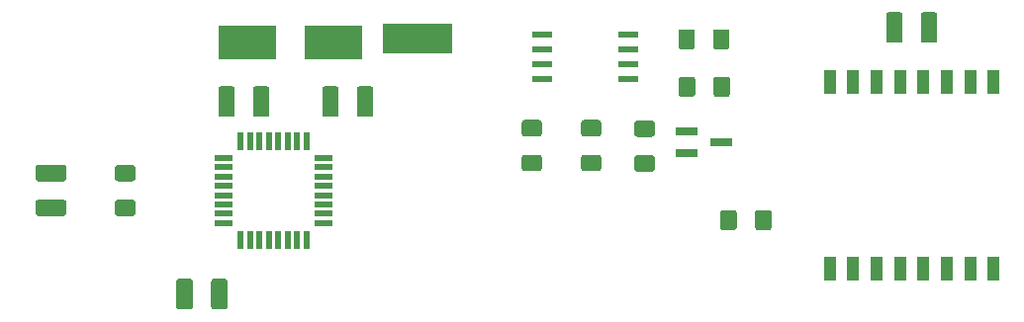
<source format=gbr>
G04 #@! TF.GenerationSoftware,KiCad,Pcbnew,5.1.6+dfsg1-1*
G04 #@! TF.CreationDate,2020-08-09T15:43:52+02:00*
G04 #@! TF.ProjectId,CaLoRa,43614c6f-5261-42e6-9b69-6361645f7063,rev?*
G04 #@! TF.SameCoordinates,Original*
G04 #@! TF.FileFunction,Paste,Top*
G04 #@! TF.FilePolarity,Positive*
%FSLAX46Y46*%
G04 Gerber Fmt 4.6, Leading zero omitted, Abs format (unit mm)*
G04 Created by KiCad (PCBNEW 5.1.6+dfsg1-1) date 2020-08-09 15:43:52*
%MOMM*%
%LPD*%
G01*
G04 APERTURE LIST*
%ADD10R,6.000000X2.500000*%
%ADD11R,4.900000X3.000000*%
%ADD12R,1.000000X2.000000*%
%ADD13R,1.750000X0.550000*%
%ADD14R,1.600000X0.550000*%
%ADD15R,0.550000X1.600000*%
%ADD16R,1.900000X0.800000*%
G04 APERTURE END LIST*
G36*
G01*
X227887500Y-93335000D02*
X227887500Y-92085000D01*
G75*
G02*
X228137500Y-91835000I250000J0D01*
G01*
X229062500Y-91835000D01*
G75*
G02*
X229312500Y-92085000I0J-250000D01*
G01*
X229312500Y-93335000D01*
G75*
G02*
X229062500Y-93585000I-250000J0D01*
G01*
X228137500Y-93585000D01*
G75*
G02*
X227887500Y-93335000I0J250000D01*
G01*
G37*
G36*
G01*
X224912500Y-93335000D02*
X224912500Y-92085000D01*
G75*
G02*
X225162500Y-91835000I250000J0D01*
G01*
X226087500Y-91835000D01*
G75*
G02*
X226337500Y-92085000I0J-250000D01*
G01*
X226337500Y-93335000D01*
G75*
G02*
X226087500Y-93585000I-250000J0D01*
G01*
X225162500Y-93585000D01*
G75*
G02*
X224912500Y-93335000I0J250000D01*
G01*
G37*
G36*
G01*
X214493000Y-85548500D02*
X213243000Y-85548500D01*
G75*
G02*
X212993000Y-85298500I0J250000D01*
G01*
X212993000Y-84373500D01*
G75*
G02*
X213243000Y-84123500I250000J0D01*
G01*
X214493000Y-84123500D01*
G75*
G02*
X214743000Y-84373500I0J-250000D01*
G01*
X214743000Y-85298500D01*
G75*
G02*
X214493000Y-85548500I-250000J0D01*
G01*
G37*
G36*
G01*
X214493000Y-88523500D02*
X213243000Y-88523500D01*
G75*
G02*
X212993000Y-88273500I0J250000D01*
G01*
X212993000Y-87348500D01*
G75*
G02*
X213243000Y-87098500I250000J0D01*
G01*
X214493000Y-87098500D01*
G75*
G02*
X214743000Y-87348500I0J-250000D01*
G01*
X214743000Y-88273500D01*
G75*
G02*
X214493000Y-88523500I-250000J0D01*
G01*
G37*
G36*
G01*
X208163000Y-87098500D02*
X209413000Y-87098500D01*
G75*
G02*
X209663000Y-87348500I0J-250000D01*
G01*
X209663000Y-88273500D01*
G75*
G02*
X209413000Y-88523500I-250000J0D01*
G01*
X208163000Y-88523500D01*
G75*
G02*
X207913000Y-88273500I0J250000D01*
G01*
X207913000Y-87348500D01*
G75*
G02*
X208163000Y-87098500I250000J0D01*
G01*
G37*
G36*
G01*
X208163000Y-84123500D02*
X209413000Y-84123500D01*
G75*
G02*
X209663000Y-84373500I0J-250000D01*
G01*
X209663000Y-85298500D01*
G75*
G02*
X209413000Y-85548500I-250000J0D01*
G01*
X208163000Y-85548500D01*
G75*
G02*
X207913000Y-85298500I0J250000D01*
G01*
X207913000Y-84373500D01*
G75*
G02*
X208163000Y-84123500I250000J0D01*
G01*
G37*
G36*
G01*
X183375000Y-81475000D02*
X183375000Y-83625000D01*
G75*
G02*
X183125000Y-83875000I-250000J0D01*
G01*
X182200000Y-83875000D01*
G75*
G02*
X181950000Y-83625000I0J250000D01*
G01*
X181950000Y-81475000D01*
G75*
G02*
X182200000Y-81225000I250000J0D01*
G01*
X183125000Y-81225000D01*
G75*
G02*
X183375000Y-81475000I0J-250000D01*
G01*
G37*
G36*
G01*
X186350000Y-81475000D02*
X186350000Y-83625000D01*
G75*
G02*
X186100000Y-83875000I-250000J0D01*
G01*
X185175000Y-83875000D01*
G75*
G02*
X184925000Y-83625000I0J250000D01*
G01*
X184925000Y-81475000D01*
G75*
G02*
X185175000Y-81225000I250000J0D01*
G01*
X186100000Y-81225000D01*
G75*
G02*
X186350000Y-81475000I0J-250000D01*
G01*
G37*
D10*
X198970000Y-77150000D03*
D11*
X191770000Y-77470000D03*
X184470000Y-77470000D03*
D12*
X234300000Y-80900000D03*
X236300000Y-80900000D03*
X238300000Y-80900000D03*
X240300000Y-80900000D03*
X242300000Y-80900000D03*
X244300000Y-80900000D03*
X246300000Y-80900000D03*
X248300000Y-80900000D03*
X248300000Y-96900000D03*
X246300000Y-96900000D03*
X244300000Y-96900000D03*
X242300000Y-96900000D03*
X240300000Y-96900000D03*
X238300000Y-96900000D03*
X236300000Y-96900000D03*
X234300000Y-96900000D03*
D13*
X217060000Y-76835000D03*
X217060000Y-78105000D03*
X217060000Y-79375000D03*
X217060000Y-80645000D03*
X209660000Y-80645000D03*
X209660000Y-79375000D03*
X209660000Y-78105000D03*
X209660000Y-76835000D03*
D14*
X190940000Y-87370000D03*
X190940000Y-88170000D03*
X190940000Y-88970000D03*
X190940000Y-89770000D03*
X190940000Y-90570000D03*
X190940000Y-91370000D03*
X190940000Y-92170000D03*
X190940000Y-92970000D03*
D15*
X189490000Y-94420000D03*
X188690000Y-94420000D03*
X187890000Y-94420000D03*
X187090000Y-94420000D03*
X186290000Y-94420000D03*
X185490000Y-94420000D03*
X184690000Y-94420000D03*
X183890000Y-94420000D03*
D14*
X182440000Y-92970000D03*
X182440000Y-92170000D03*
X182440000Y-91370000D03*
X182440000Y-90570000D03*
X182440000Y-89770000D03*
X182440000Y-88970000D03*
X182440000Y-88170000D03*
X182440000Y-87370000D03*
D15*
X183890000Y-85920000D03*
X184690000Y-85920000D03*
X185490000Y-85920000D03*
X186290000Y-85920000D03*
X187090000Y-85920000D03*
X187890000Y-85920000D03*
X188690000Y-85920000D03*
X189490000Y-85920000D03*
G36*
G01*
X222781500Y-80655000D02*
X222781500Y-81905000D01*
G75*
G02*
X222531500Y-82155000I-250000J0D01*
G01*
X221606500Y-82155000D01*
G75*
G02*
X221356500Y-81905000I0J250000D01*
G01*
X221356500Y-80655000D01*
G75*
G02*
X221606500Y-80405000I250000J0D01*
G01*
X222531500Y-80405000D01*
G75*
G02*
X222781500Y-80655000I0J-250000D01*
G01*
G37*
G36*
G01*
X225756500Y-80655000D02*
X225756500Y-81905000D01*
G75*
G02*
X225506500Y-82155000I-250000J0D01*
G01*
X224581500Y-82155000D01*
G75*
G02*
X224331500Y-81905000I0J250000D01*
G01*
X224331500Y-80655000D01*
G75*
G02*
X224581500Y-80405000I250000J0D01*
G01*
X225506500Y-80405000D01*
G75*
G02*
X225756500Y-80655000I0J-250000D01*
G01*
G37*
G36*
G01*
X222745000Y-76591000D02*
X222745000Y-77841000D01*
G75*
G02*
X222495000Y-78091000I-250000J0D01*
G01*
X221570000Y-78091000D01*
G75*
G02*
X221320000Y-77841000I0J250000D01*
G01*
X221320000Y-76591000D01*
G75*
G02*
X221570000Y-76341000I250000J0D01*
G01*
X222495000Y-76341000D01*
G75*
G02*
X222745000Y-76591000I0J-250000D01*
G01*
G37*
G36*
G01*
X225720000Y-76591000D02*
X225720000Y-77841000D01*
G75*
G02*
X225470000Y-78091000I-250000J0D01*
G01*
X224545000Y-78091000D01*
G75*
G02*
X224295000Y-77841000I0J250000D01*
G01*
X224295000Y-76591000D01*
G75*
G02*
X224545000Y-76341000I250000J0D01*
G01*
X225470000Y-76341000D01*
G75*
G02*
X225720000Y-76591000I0J-250000D01*
G01*
G37*
G36*
G01*
X174615000Y-89395000D02*
X173365000Y-89395000D01*
G75*
G02*
X173115000Y-89145000I0J250000D01*
G01*
X173115000Y-88220000D01*
G75*
G02*
X173365000Y-87970000I250000J0D01*
G01*
X174615000Y-87970000D01*
G75*
G02*
X174865000Y-88220000I0J-250000D01*
G01*
X174865000Y-89145000D01*
G75*
G02*
X174615000Y-89395000I-250000J0D01*
G01*
G37*
G36*
G01*
X174615000Y-92370000D02*
X173365000Y-92370000D01*
G75*
G02*
X173115000Y-92120000I0J250000D01*
G01*
X173115000Y-91195000D01*
G75*
G02*
X173365000Y-90945000I250000J0D01*
G01*
X174615000Y-90945000D01*
G75*
G02*
X174865000Y-91195000I0J-250000D01*
G01*
X174865000Y-92120000D01*
G75*
G02*
X174615000Y-92370000I-250000J0D01*
G01*
G37*
G36*
G01*
X219065000Y-85585000D02*
X217815000Y-85585000D01*
G75*
G02*
X217565000Y-85335000I0J250000D01*
G01*
X217565000Y-84410000D01*
G75*
G02*
X217815000Y-84160000I250000J0D01*
G01*
X219065000Y-84160000D01*
G75*
G02*
X219315000Y-84410000I0J-250000D01*
G01*
X219315000Y-85335000D01*
G75*
G02*
X219065000Y-85585000I-250000J0D01*
G01*
G37*
G36*
G01*
X219065000Y-88560000D02*
X217815000Y-88560000D01*
G75*
G02*
X217565000Y-88310000I0J250000D01*
G01*
X217565000Y-87385000D01*
G75*
G02*
X217815000Y-87135000I250000J0D01*
G01*
X219065000Y-87135000D01*
G75*
G02*
X219315000Y-87385000I0J-250000D01*
G01*
X219315000Y-88310000D01*
G75*
G02*
X219065000Y-88560000I-250000J0D01*
G01*
G37*
D16*
X225020000Y-86040000D03*
X222020000Y-86990000D03*
X222020000Y-85090000D03*
G36*
G01*
X242075000Y-77275000D02*
X242075000Y-75125000D01*
G75*
G02*
X242325000Y-74875000I250000J0D01*
G01*
X243250000Y-74875000D01*
G75*
G02*
X243500000Y-75125000I0J-250000D01*
G01*
X243500000Y-77275000D01*
G75*
G02*
X243250000Y-77525000I-250000J0D01*
G01*
X242325000Y-77525000D01*
G75*
G02*
X242075000Y-77275000I0J250000D01*
G01*
G37*
G36*
G01*
X239100000Y-77275000D02*
X239100000Y-75125000D01*
G75*
G02*
X239350000Y-74875000I250000J0D01*
G01*
X240275000Y-74875000D01*
G75*
G02*
X240525000Y-75125000I0J-250000D01*
G01*
X240525000Y-77275000D01*
G75*
G02*
X240275000Y-77525000I-250000J0D01*
G01*
X239350000Y-77525000D01*
G75*
G02*
X239100000Y-77275000I0J250000D01*
G01*
G37*
G36*
G01*
X181332500Y-100135000D02*
X181332500Y-97985000D01*
G75*
G02*
X181582500Y-97735000I250000J0D01*
G01*
X182507500Y-97735000D01*
G75*
G02*
X182757500Y-97985000I0J-250000D01*
G01*
X182757500Y-100135000D01*
G75*
G02*
X182507500Y-100385000I-250000J0D01*
G01*
X181582500Y-100385000D01*
G75*
G02*
X181332500Y-100135000I0J250000D01*
G01*
G37*
G36*
G01*
X178357500Y-100135000D02*
X178357500Y-97985000D01*
G75*
G02*
X178607500Y-97735000I250000J0D01*
G01*
X179532500Y-97735000D01*
G75*
G02*
X179782500Y-97985000I0J-250000D01*
G01*
X179782500Y-100135000D01*
G75*
G02*
X179532500Y-100385000I-250000J0D01*
G01*
X178607500Y-100385000D01*
G75*
G02*
X178357500Y-100135000I0J250000D01*
G01*
G37*
G36*
G01*
X168715000Y-89395000D02*
X166565000Y-89395000D01*
G75*
G02*
X166315000Y-89145000I0J250000D01*
G01*
X166315000Y-88220000D01*
G75*
G02*
X166565000Y-87970000I250000J0D01*
G01*
X168715000Y-87970000D01*
G75*
G02*
X168965000Y-88220000I0J-250000D01*
G01*
X168965000Y-89145000D01*
G75*
G02*
X168715000Y-89395000I-250000J0D01*
G01*
G37*
G36*
G01*
X168715000Y-92370000D02*
X166565000Y-92370000D01*
G75*
G02*
X166315000Y-92120000I0J250000D01*
G01*
X166315000Y-91195000D01*
G75*
G02*
X166565000Y-90945000I250000J0D01*
G01*
X168715000Y-90945000D01*
G75*
G02*
X168965000Y-91195000I0J-250000D01*
G01*
X168965000Y-92120000D01*
G75*
G02*
X168715000Y-92370000I-250000J0D01*
G01*
G37*
G36*
G01*
X193815000Y-83625000D02*
X193815000Y-81475000D01*
G75*
G02*
X194065000Y-81225000I250000J0D01*
G01*
X194990000Y-81225000D01*
G75*
G02*
X195240000Y-81475000I0J-250000D01*
G01*
X195240000Y-83625000D01*
G75*
G02*
X194990000Y-83875000I-250000J0D01*
G01*
X194065000Y-83875000D01*
G75*
G02*
X193815000Y-83625000I0J250000D01*
G01*
G37*
G36*
G01*
X190840000Y-83625000D02*
X190840000Y-81475000D01*
G75*
G02*
X191090000Y-81225000I250000J0D01*
G01*
X192015000Y-81225000D01*
G75*
G02*
X192265000Y-81475000I0J-250000D01*
G01*
X192265000Y-83625000D01*
G75*
G02*
X192015000Y-83875000I-250000J0D01*
G01*
X191090000Y-83875000D01*
G75*
G02*
X190840000Y-83625000I0J250000D01*
G01*
G37*
M02*

</source>
